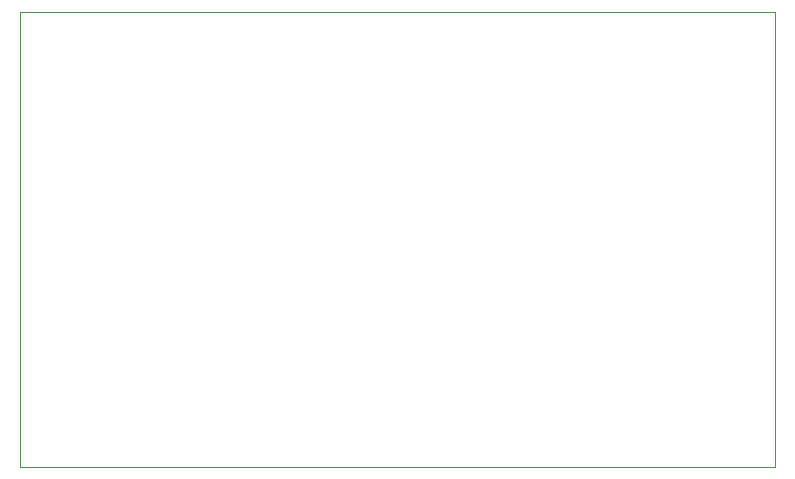
<source format=gm1>
G04 #@! TF.GenerationSoftware,KiCad,Pcbnew,(5.1.9)-1*
G04 #@! TF.CreationDate,2021-04-10T17:26:09+02:00*
G04 #@! TF.ProjectId,LEDbarPCB,4c454462-6172-4504-9342-2e6b69636164,rev?*
G04 #@! TF.SameCoordinates,Original*
G04 #@! TF.FileFunction,Profile,NP*
%FSLAX46Y46*%
G04 Gerber Fmt 4.6, Leading zero omitted, Abs format (unit mm)*
G04 Created by KiCad (PCBNEW (5.1.9)-1) date 2021-04-10 17:26:09*
%MOMM*%
%LPD*%
G01*
G04 APERTURE LIST*
G04 #@! TA.AperFunction,Profile*
%ADD10C,0.100000*%
G04 #@! TD*
G04 APERTURE END LIST*
D10*
X176750000Y-39750000D02*
X176750000Y-78250000D01*
X112750000Y-39750000D02*
X176750000Y-39750000D01*
X112750000Y-78250000D02*
X112750000Y-39750000D01*
X176750000Y-78250000D02*
X112750000Y-78250000D01*
M02*

</source>
